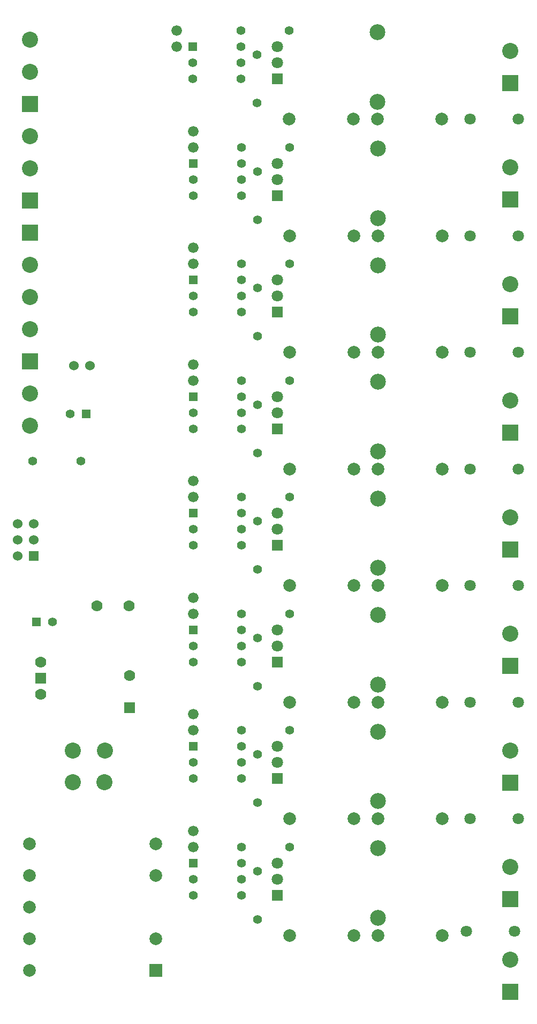
<source format=gts>
G04 (created by PCBNEW (2013-07-07 BZR 4022)-stable) date 2014.08.18 14:47:36*
%MOIN*%
G04 Gerber Fmt 3.4, Leading zero omitted, Abs format*
%FSLAX34Y34*%
G01*
G70*
G90*
G04 APERTURE LIST*
%ADD10C,0.00590551*%
%ADD11C,0.1*%
%ADD12R,0.1X0.1*%
%ADD13R,0.0708661X0.0708661*%
%ADD14C,0.0708661*%
%ADD15R,0.0787402X0.0787402*%
%ADD16C,0.0787402*%
%ADD17R,0.06X0.06*%
%ADD18C,0.06*%
%ADD19C,0.07*%
%ADD20R,0.07X0.07*%
%ADD21C,0.066*%
%ADD22R,0.055X0.055*%
%ADD23C,0.055*%
%ADD24C,0.0787*%
%ADD25C,0.0984252*%
G04 APERTURE END LIST*
G54D10*
G54D11*
X28250Y-57500D03*
X26250Y-57500D03*
X28234Y-59484D03*
X26266Y-59484D03*
X23578Y-27318D03*
X23578Y-29318D03*
G54D12*
X23578Y-25318D03*
G54D11*
X23578Y-31318D03*
G54D13*
X39000Y-23000D03*
G54D14*
X39000Y-22000D03*
X39000Y-21000D03*
G54D13*
X39000Y-37500D03*
G54D14*
X39000Y-36500D03*
X39000Y-35500D03*
G54D13*
X39000Y-52000D03*
G54D14*
X39000Y-51000D03*
X39000Y-50000D03*
G54D13*
X39000Y-59250D03*
G54D14*
X39000Y-58250D03*
X39000Y-57250D03*
G54D13*
X38980Y-15755D03*
G54D14*
X38980Y-14755D03*
X38980Y-13755D03*
G54D13*
X39000Y-44750D03*
G54D14*
X39000Y-43750D03*
X39000Y-42750D03*
G54D13*
X39000Y-66500D03*
G54D14*
X39000Y-65500D03*
X39000Y-64500D03*
G54D13*
X39000Y-30250D03*
G54D14*
X39000Y-29250D03*
X39000Y-28250D03*
G54D15*
X31437Y-71187D03*
G54D16*
X31437Y-69218D03*
X31437Y-65281D03*
X31437Y-63312D03*
X23562Y-63312D03*
X23562Y-65281D03*
X23562Y-67250D03*
X23562Y-69218D03*
X23562Y-71187D03*
G54D17*
X23818Y-45421D03*
G54D18*
X22818Y-45421D03*
X23818Y-44421D03*
X22818Y-44421D03*
X23818Y-43421D03*
X22818Y-43421D03*
X26328Y-33568D03*
X27328Y-33568D03*
G54D19*
X24250Y-54000D03*
G54D20*
X24250Y-53000D03*
G54D19*
X24250Y-52000D03*
G54D21*
X33750Y-48000D03*
X33750Y-49000D03*
X33750Y-55250D03*
X33750Y-56250D03*
X33750Y-62500D03*
X33750Y-63500D03*
X33750Y-40750D03*
X33750Y-41750D03*
X33750Y-33500D03*
X33750Y-34500D03*
X33750Y-26250D03*
X33750Y-27250D03*
X33750Y-19000D03*
X33750Y-20000D03*
X32730Y-12755D03*
X32730Y-13755D03*
G54D22*
X33750Y-35500D03*
G54D23*
X33750Y-36500D03*
X33750Y-37500D03*
X36750Y-37500D03*
X36750Y-36500D03*
X36750Y-35500D03*
G54D22*
X33750Y-64500D03*
G54D23*
X33750Y-65500D03*
X33750Y-66500D03*
X36750Y-66500D03*
X36750Y-65500D03*
X36750Y-64500D03*
G54D22*
X33750Y-57250D03*
G54D23*
X33750Y-58250D03*
X33750Y-59250D03*
X36750Y-59250D03*
X36750Y-58250D03*
X36750Y-57250D03*
G54D22*
X33750Y-50000D03*
G54D23*
X33750Y-51000D03*
X33750Y-52000D03*
X36750Y-52000D03*
X36750Y-51000D03*
X36750Y-50000D03*
G54D22*
X33750Y-42750D03*
G54D23*
X33750Y-43750D03*
X33750Y-44750D03*
X36750Y-44750D03*
X36750Y-43750D03*
X36750Y-42750D03*
G54D22*
X33750Y-28250D03*
G54D23*
X33750Y-29250D03*
X33750Y-30250D03*
X36750Y-30250D03*
X36750Y-29250D03*
X36750Y-28250D03*
G54D22*
X33750Y-21000D03*
G54D23*
X33750Y-22000D03*
X33750Y-23000D03*
X36750Y-23000D03*
X36750Y-22000D03*
X36750Y-21000D03*
G54D22*
X33730Y-13755D03*
G54D23*
X33730Y-14755D03*
X33730Y-15755D03*
X36730Y-15755D03*
X36730Y-14755D03*
X36730Y-13755D03*
G54D12*
X23578Y-33318D03*
G54D11*
X23578Y-35318D03*
X23578Y-37318D03*
G54D12*
X23578Y-17318D03*
G54D11*
X23578Y-15318D03*
X23578Y-13318D03*
G54D12*
X23578Y-23318D03*
G54D11*
X23578Y-21318D03*
X23578Y-19318D03*
G54D12*
X53500Y-23250D03*
G54D11*
X53500Y-21250D03*
G54D12*
X53500Y-66750D03*
G54D11*
X53500Y-64750D03*
G54D12*
X53500Y-37750D03*
G54D11*
X53500Y-35750D03*
G54D12*
X53500Y-52250D03*
G54D11*
X53500Y-50250D03*
G54D12*
X53500Y-30500D03*
G54D11*
X53500Y-28500D03*
G54D12*
X53500Y-45000D03*
G54D11*
X53500Y-43000D03*
G54D12*
X53500Y-72500D03*
G54D11*
X53500Y-70500D03*
G54D12*
X53500Y-16000D03*
G54D11*
X53500Y-14000D03*
G54D12*
X53500Y-59500D03*
G54D11*
X53500Y-57500D03*
G54D22*
X24000Y-49500D03*
G54D23*
X25000Y-49500D03*
G54D22*
X27078Y-36568D03*
G54D23*
X26078Y-36568D03*
G54D24*
X39730Y-18255D03*
X43730Y-18255D03*
X39750Y-69000D03*
X43750Y-69000D03*
X39750Y-40000D03*
X43750Y-40000D03*
X39750Y-25500D03*
X43750Y-25500D03*
X39750Y-54500D03*
X43750Y-54500D03*
X39750Y-47250D03*
X43750Y-47250D03*
X39750Y-61750D03*
X43750Y-61750D03*
X39750Y-32750D03*
X43750Y-32750D03*
X49230Y-18255D03*
X45230Y-18255D03*
X49250Y-25500D03*
X45250Y-25500D03*
X49250Y-32750D03*
X45250Y-32750D03*
X49250Y-54500D03*
X45250Y-54500D03*
X49250Y-47250D03*
X45250Y-47250D03*
X49250Y-40000D03*
X45250Y-40000D03*
X49250Y-61750D03*
X45250Y-61750D03*
X49250Y-69000D03*
X45250Y-69000D03*
G54D23*
X26750Y-39500D03*
X23750Y-39500D03*
G54D14*
X50750Y-68750D03*
X53750Y-68750D03*
X51000Y-40000D03*
X54000Y-40000D03*
X51000Y-61750D03*
X54000Y-61750D03*
X51000Y-47250D03*
X54000Y-47250D03*
X51000Y-54500D03*
X54000Y-54500D03*
X50980Y-18255D03*
X53980Y-18255D03*
X51000Y-25500D03*
X54000Y-25500D03*
X51000Y-32750D03*
X54000Y-32750D03*
G54D25*
X45250Y-20084D03*
X45250Y-24415D03*
X45250Y-27334D03*
X45250Y-31665D03*
X45250Y-49084D03*
X45250Y-53415D03*
X45250Y-41834D03*
X45250Y-46165D03*
X45250Y-34584D03*
X45250Y-38915D03*
X45250Y-56334D03*
X45250Y-60665D03*
X45250Y-63584D03*
X45250Y-67915D03*
G54D23*
X39750Y-41750D03*
X36750Y-41750D03*
X39750Y-27250D03*
X36750Y-27250D03*
X39750Y-49000D03*
X36750Y-49000D03*
X39750Y-63500D03*
X36750Y-63500D03*
X39750Y-20000D03*
X36750Y-20000D03*
X39750Y-34500D03*
X36750Y-34500D03*
X39750Y-56250D03*
X36750Y-56250D03*
X39730Y-12755D03*
X36730Y-12755D03*
X37750Y-28750D03*
X37750Y-31750D03*
X37750Y-43250D03*
X37750Y-46250D03*
X37750Y-50500D03*
X37750Y-53500D03*
X37750Y-21500D03*
X37750Y-24500D03*
X37730Y-14255D03*
X37730Y-17255D03*
X37750Y-65000D03*
X37750Y-68000D03*
X37750Y-36000D03*
X37750Y-39000D03*
X37750Y-57750D03*
X37750Y-60750D03*
G54D25*
X45230Y-12840D03*
X45230Y-17171D03*
G54D20*
X29781Y-54842D03*
G54D19*
X29781Y-52842D03*
X29750Y-48500D03*
X27750Y-48500D03*
M02*

</source>
